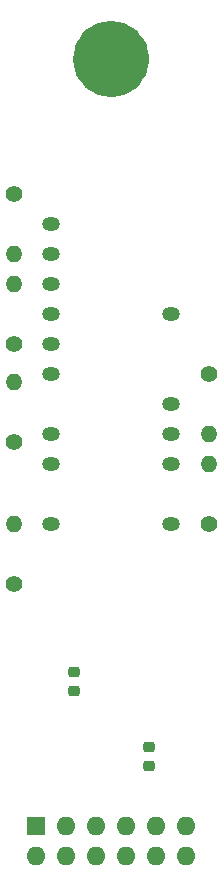
<source format=gbs>
G04 #@! TF.GenerationSoftware,KiCad,Pcbnew,7.0.1*
G04 #@! TF.CreationDate,2023-05-31T01:27:01+09:00*
G04 #@! TF.ProjectId,Pmod_MultiSegment_SinglePort,506d6f64-5f4d-4756-9c74-695365676d65,rev?*
G04 #@! TF.SameCoordinates,Original*
G04 #@! TF.FileFunction,Soldermask,Bot*
G04 #@! TF.FilePolarity,Negative*
%FSLAX46Y46*%
G04 Gerber Fmt 4.6, Leading zero omitted, Abs format (unit mm)*
G04 Created by KiCad (PCBNEW 7.0.1) date 2023-05-31 01:27:01*
%MOMM*%
%LPD*%
G01*
G04 APERTURE LIST*
G04 Aperture macros list*
%AMRoundRect*
0 Rectangle with rounded corners*
0 $1 Rounding radius*
0 $2 $3 $4 $5 $6 $7 $8 $9 X,Y pos of 4 corners*
0 Add a 4 corners polygon primitive as box body*
4,1,4,$2,$3,$4,$5,$6,$7,$8,$9,$2,$3,0*
0 Add four circle primitives for the rounded corners*
1,1,$1+$1,$2,$3*
1,1,$1+$1,$4,$5*
1,1,$1+$1,$6,$7*
1,1,$1+$1,$8,$9*
0 Add four rect primitives between the rounded corners*
20,1,$1+$1,$2,$3,$4,$5,0*
20,1,$1+$1,$4,$5,$6,$7,0*
20,1,$1+$1,$6,$7,$8,$9,0*
20,1,$1+$1,$8,$9,$2,$3,0*%
G04 Aperture macros list end*
%ADD10C,3.250000*%
%ADD11O,1.524000X1.200000*%
%ADD12C,1.400000*%
%ADD13O,1.400000X1.400000*%
%ADD14RoundRect,0.225000X-0.250000X0.225000X-0.250000X-0.225000X0.250000X-0.225000X0.250000X0.225000X0*%
%ADD15RoundRect,0.225000X0.250000X-0.225000X0.250000X0.225000X-0.250000X0.225000X-0.250000X-0.225000X0*%
%ADD16C,3.200000*%
%ADD17R,1.600000X1.600000*%
%ADD18O,1.600000X1.600000*%
G04 APERTURE END LIST*
G04 #@! TO.C,H1*
D10*
X13055000Y30480000D02*
G75*
G03*
X13055000Y30480000I-1625000J0D01*
G01*
G04 #@! TD*
D11*
G04 #@! TO.C,U2*
X16510000Y-8890000D03*
X16510000Y-3810000D03*
X16510000Y-1270000D03*
X16510000Y1270000D03*
X16510000Y8890000D03*
X6350000Y16510000D03*
X6350000Y13970000D03*
X6350000Y11430000D03*
X6350000Y8890000D03*
X6350000Y6350000D03*
X6350000Y3810000D03*
X6350000Y-1270000D03*
X6350000Y-3810000D03*
X6350000Y-8890000D03*
G04 #@! TD*
D12*
G04 #@! TO.C,R6*
X3175000Y19050000D03*
D13*
X3175000Y13970000D03*
G04 #@! TD*
D12*
G04 #@! TO.C,R5*
X3175000Y6350000D03*
D13*
X3175000Y11430000D03*
G04 #@! TD*
D12*
G04 #@! TO.C,R4*
X3175000Y-1905000D03*
D13*
X3175000Y3175000D03*
G04 #@! TD*
D12*
G04 #@! TO.C,R3*
X19685000Y3810000D03*
D13*
X19685000Y-1270000D03*
G04 #@! TD*
D12*
G04 #@! TO.C,R2*
X19685000Y-8890000D03*
D13*
X19685000Y-3810000D03*
G04 #@! TD*
D12*
G04 #@! TO.C,R1*
X3175000Y-13970000D03*
D13*
X3175000Y-8890000D03*
G04 #@! TD*
D14*
G04 #@! TO.C,C2*
X8255000Y-21450000D03*
X8255000Y-23000000D03*
G04 #@! TD*
D15*
G04 #@! TO.C,C1*
X14605000Y-29350000D03*
X14605000Y-27800000D03*
G04 #@! TD*
D16*
G04 #@! TO.C,H1*
X11430000Y30480000D03*
G04 #@! TD*
D17*
G04 #@! TO.C,J1*
X5080000Y-34490000D03*
D18*
X7620000Y-34490000D03*
X10160000Y-34490000D03*
X12700000Y-34490000D03*
X15240000Y-34490000D03*
X17780000Y-34490000D03*
X5080000Y-37030000D03*
X7620000Y-37030000D03*
X10160000Y-37030000D03*
X12700000Y-37030000D03*
X15240000Y-37030000D03*
X17780000Y-37030000D03*
G04 #@! TD*
M02*

</source>
